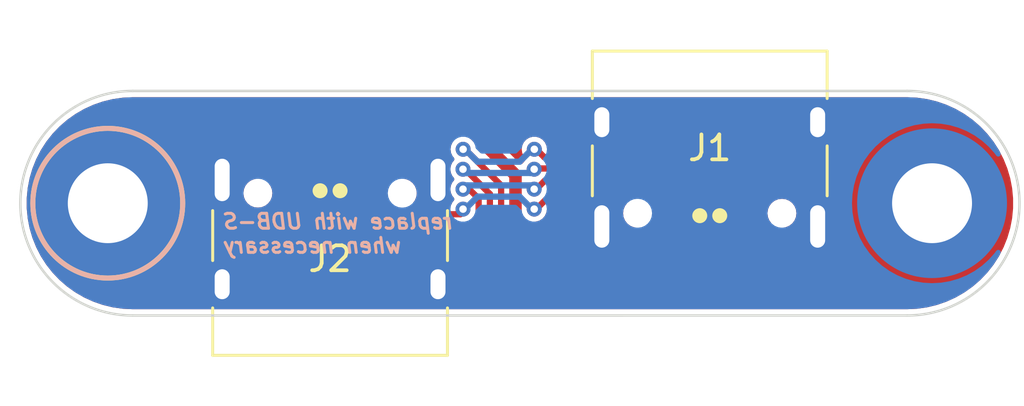
<source format=kicad_pcb>
(kicad_pcb (version 20221018) (generator pcbnew)
  (layers (0 "F.Cu" signal) (31 "B.Cu" signal) (34 "B.Paste" user) (35 "F.Paste" user) (36 "B.SilkS" user "B.Silkscreen") (37 "F.SilkS" user "F.Silkscreen") (38 "B.Mask" user) (39 "F.Mask" user) (44 "Edge.Cuts" user))
  (net 0 "")
  (net 1 "Net-(J1-CC1)")
  (net 2 "GND")
  (net 3 "VBUS")
  (net 8 "Net-(J1-CC2)")
  (net 9 "D-")
  (net 10 "D+")
  (footprint "MountingHole:MountingHole_3.2mm_M3_DIN965_Pad_TopBottom" (layer "F.Cu") (at 62.329 33.9635)
    (fp_text reference "H1" hide)
    (fp_text value "MountingHole" hide)
    (pad "1" thru_hole circle (at 0 0) (size 3.6 3.6) (drill 3.2) (layers "*.Cu" "*.Mask") (net 2 "GND"))
    (pad "1" connect circle (at 0 0) (size 6 6) (layers "F.Cu" "F.Mask") (net 2 "GND"))
    (pad "1" connect circle (at 0 0) (size 6 6) (layers "B.Cu" "B.Mask"))
  )
  (footprint "Connector_USB:USB_C_Receptacle_HRO_TYPE-C-31-M-12" (layer "F.Cu") (at 38.229 36.161)
    (fp_text reference "J2" (at -0.002 0.034) (layer "F.SilkS"))
    (fp_text value "USB_C_Receptacle_USB2.0")
    (fp_line (start -4.7 -1.9) (end -4.7 0.1) (stroke (width 0.12)) (layer "F.SilkS"))
    (fp_line (start -4.7 2) (end -4.7 3.9) (stroke (width 0.12)) (layer "F.SilkS"))
    (fp_line (start -4.7 3.9) (end 4.7 3.9) (stroke (width 0.12)) (layer "F.SilkS"))
    (fp_line (start 4.7 -1.9) (end 4.7 0.1) (stroke (width 0.12)) (layer "F.SilkS"))
    (fp_line (start 4.7 2) (end 4.7 3.9) (stroke (width 0.12)) (layer "F.SilkS"))
    (pad "" np_thru_hole circle (at -2.89 -2.6) (size 0.65 0.65) (drill 0.65) (layers "*.Cu" "*.Mask"))
    (pad "" np_thru_hole circle (at 2.89 -2.6) (size 0.65 0.65) (drill 0.65) (layers "*.Cu" "*.Mask"))
    (pad "A1" smd rect (at -3.25 -4.045) (size 0.6 1.45) (layers "F.Cu" "F.Paste" "F.Mask") (net 2 "GND"))
    (pad "A4" smd rect (at -2.45 -4.045) (size 0.6 1.45) (layers "F.Cu" "F.Paste" "F.Mask") (net 3 "VBUS"))
    (pad "A5" smd rect (at -1.25 -4.045) (size 0.3 1.45) (layers "F.Cu" "F.Paste" "F.Mask") (net 1 "Net-(J1-CC1)"))
    (pad "A6" smd rect (at -0.25 -4.045) (size 0.3 1.45) (layers "F.Cu" "F.Paste" "F.Mask") (net 9 "D-"))
    (pad "A7" smd rect (at 0.25 -4.045) (size 0.3 1.45) (layers "F.Cu" "F.Paste" "F.Mask") (net 10 "D+"))
    (pad "A8" smd rect (at 1.25 -4.045) (size 0.3 1.45) (layers "F.Cu" "F.Paste" "F.Mask"))
    (pad "A9" smd rect (at 2.45 -4.045) (size 0.6 1.45) (layers "F.Cu" "F.Paste" "F.Mask") (net 3 "VBUS"))
    (pad "A12" smd rect (at 3.25 -4.045) (size 0.6 1.45) (layers "F.Cu" "F.Paste" "F.Mask") (net 2 "GND"))
    (pad "B1" smd rect (at 3.25 -4.045) (size 0.6 1.45) (layers "F.Cu" "F.Paste" "F.Mask") (net 2 "GND"))
    (pad "B4" smd rect (at 2.45 -4.045) (size 0.6 1.45) (layers "F.Cu" "F.Paste" "F.Mask") (net 3 "VBUS"))
    (pad "B5" smd rect (at 1.75 -4.045) (size 0.3 1.45) (layers "F.Cu" "F.Paste" "F.Mask") (net 8 "Net-(J1-CC2)"))
    (pad "B6" smd rect (at 0.75 -4.045) (size 0.3 1.45) (layers "F.Cu" "F.Paste" "F.Mask") (net 9 "D-"))
    (pad "B7" smd rect (at -0.75 -4.045) (size 0.3 1.45) (layers "F.Cu" "F.Paste" "F.Mask") (net 10 "D+"))
    (pad "B8" smd rect (at -1.75 -4.045) (size 0.3 1.45) (layers "F.Cu" "F.Paste" "F.Mask"))
    (pad "B9" smd rect (at -2.45 -4.045) (size 0.6 1.45) (layers "F.Cu" "F.Paste" "F.Mask") (net 3 "VBUS"))
    (pad "B12" smd rect (at -3.25 -4.045) (size 0.6 1.45) (layers "F.Cu" "F.Paste" "F.Mask") (net 2 "GND"))
    (pad "S1" thru_hole oval (at -4.32 -3.13) (size 1 2.1) (drill oval 0.6 1.7) (layers "*.Cu" "*.Mask") (net 2 "GND"))
    (pad "S1" thru_hole oval (at -4.32 1.05) (size 1 1.6) (drill oval 0.6 1.2) (layers "*.Cu" "*.Mask") (net 2 "GND"))
    (pad "S1" thru_hole oval (at 4.32 -3.13) (size 1 2.1) (drill oval 0.6 1.7) (layers "*.Cu" "*.Mask") (net 2 "GND"))
    (pad "S1" thru_hole oval (at 4.32 1.05) (size 1 1.6) (drill oval 0.6 1.2) (layers "*.Cu" "*.Mask") (net 2 "GND"))
  )
  (footprint "Connector_USB:USB_C_Receptacle_HRO_TYPE-C-31-M-12" (layer "F.Cu") (at 53.429 31.766 180)
    (fp_text reference "J1" (at 0 0.016) (layer "F.SilkS"))
    (fp_text value "USB_C_Receptacle_USB2.0")
    (fp_line (start -4.7 -1.9) (end -4.7 0.1) (stroke (width 0.12)) (layer "F.SilkS"))
    (fp_line (start -4.7 2) (end -4.7 3.9) (stroke (width 0.12)) (layer "F.SilkS"))
    (fp_line (start -4.7 3.9) (end 4.7 3.9) (stroke (width 0.12)) (layer "F.SilkS"))
    (fp_line (start 4.7 -1.9) (end 4.7 0.1) (stroke (width 0.12)) (layer "F.SilkS"))
    (fp_line (start 4.7 2) (end 4.7 3.9) (stroke (width 0.12)) (layer "F.SilkS"))
    (pad "" np_thru_hole circle (at -2.89 -2.6 180) (size 0.65 0.65) (drill 0.65) (layers "*.Cu" "*.Mask"))
    (pad "" np_thru_hole circle (at 2.89 -2.6 180) (size 0.65 0.65) (drill 0.65) (layers "*.Cu" "*.Mask"))
    (pad "A1" smd rect (at -3.25 -4.045 180) (size 0.6 1.45) (layers "F.Cu" "F.Paste" "F.Mask") (net 2 "GND"))
    (pad "A4" smd rect (at -2.45 -4.045 180) (size 0.6 1.45) (layers "F.Cu" "F.Paste" "F.Mask") (net 3 "VBUS"))
    (pad "A5" smd rect (at -1.25 -4.045 180) (size 0.3 1.45) (layers "F.Cu" "F.Paste" "F.Mask") (net 1 "Net-(J1-CC1)"))
    (pad "A6" smd rect (at -0.25 -4.045 180) (size 0.3 1.45) (layers "F.Cu" "F.Paste" "F.Mask") (net 9 "D-"))
    (pad "A7" smd rect (at 0.25 -4.045 180) (size 0.3 1.45) (layers "F.Cu" "F.Paste" "F.Mask") (net 10 "D+"))
    (pad "A8" smd rect (at 1.25 -4.045 180) (size 0.3 1.45) (layers "F.Cu" "F.Paste" "F.Mask"))
    (pad "A9" smd rect (at 2.45 -4.045 180) (size 0.6 1.45) (layers "F.Cu" "F.Paste" "F.Mask") (net 3 "VBUS"))
    (pad "A12" smd rect (at 3.25 -4.045 180) (size 0.6 1.45) (layers "F.Cu" "F.Paste" "F.Mask") (net 2 "GND"))
    (pad "B1" smd rect (at 3.25 -4.045 180) (size 0.6 1.45) (layers "F.Cu" "F.Paste" "F.Mask") (net 2 "GND"))
    (pad "B4" smd rect (at 2.45 -4.045 180) (size 0.6 1.45) (layers "F.Cu" "F.Paste" "F.Mask") (net 3 "VBUS"))
    (pad "B5" smd rect (at 1.75 -4.045 180) (size 0.3 1.45) (layers "F.Cu" "F.Paste" "F.Mask") (net 8 "Net-(J1-CC2)"))
    (pad "B6" smd rect (at 0.75 -4.045 180) (size 0.3 1.45) (layers "F.Cu" "F.Paste" "F.Mask") (net 9 "D-"))
    (pad "B7" smd rect (at -0.75 -4.045 180) (size 0.3 1.45) (layers "F.Cu" "F.Paste" "F.Mask") (net 10 "D+"))
    (pad "B8" smd rect (at -1.75 -4.045 180) (size 0.3 1.45) (layers "F.Cu" "F.Paste" "F.Mask"))
    (pad "B9" smd rect (at -2.45 -4.045 180) (size 0.6 1.45) (layers "F.Cu" "F.Paste" "F.Mask") (net 3 "VBUS"))
    (pad "B12" smd rect (at -3.25 -4.045 180) (size 0.6 1.45) (layers "F.Cu" "F.Paste" "F.Mask") (net 2 "GND"))
    (pad "S1" thru_hole oval (at -4.32 -3.13 180) (size 1 2.1) (drill oval 0.6 1.7) (layers "*.Cu" "*.Mask") (net 2 "GND"))
    (pad "S1" thru_hole oval (at -4.32 1.05 180) (size 1 1.6) (drill oval 0.6 1.2) (layers "*.Cu" "*.Mask") (net 2 "GND"))
    (pad "S1" thru_hole oval (at 4.32 -3.13 180) (size 1 2.1) (drill oval 0.6 1.7) (layers "*.Cu" "*.Mask") (net 2 "GND"))
    (pad "S1" thru_hole oval (at 4.32 1.05 180) (size 1 1.6) (drill oval 0.6 1.2) (layers "*.Cu" "*.Mask") (net 2 "GND"))
  )
  (footprint "MountingHole:MountingHole_3.2mm_M3_DIN965_Pad_TopOnly" (layer "F.Cu") (at 29.329 33.9635 180)
    (fp_text reference "H2" hide)
    (fp_text value "MountingHole" hide)
    (pad "1" thru_hole circle (at 0 0 180) (size 6 6) (drill 3.2) (layers "*.Cu") (net 2 "GND"))
  )
  (gr_circle (center 29.329 33.9635) (end 32.329 33.9635) (stroke (width 0.2)) (fill none) (layer "B.SilkS"))
  (gr_circle (center 53.029 34.4635) (end 53.229 34.4635) (stroke (width 0.2)) (fill solid) (layer "F.SilkS"))
  (gr_circle (center 53.829 34.4635) (end 54.029 34.4635) (stroke (width 0.2)) (fill solid) (layer "F.SilkS"))
  (gr_circle (center 38.629 33.4635) (end 38.429 33.4635) (stroke (width 0.2)) (fill solid) (layer "F.SilkS"))
  (gr_circle (center 37.829 33.4635) (end 37.629 33.4635) (stroke (width 0.2)) (fill solid) (layer "F.SilkS"))
  (gr_circle (center 29.329 33.9635) (end 32.329 33.9635) (stroke (width 0.2)) (fill none) (layer "F.SilkS"))
  (gr_line (start 30.329 38.463501) (end 61.329 38.4635) (stroke (width 0.1)) (layer "Edge.Cuts"))
  (gr_arc (start 61.329 29.4635) (mid 65.829006 33.9635) (end 61.329 38.4635) (stroke (width 0.1)) (layer "Edge.Cuts"))
  (gr_line (start 61.329 29.4635) (end 30.329 29.463499) (stroke (width 0.1)) (layer "Edge.Cuts"))
  (gr_arc (start 30.329 38.463501) (mid 25.828999 33.9635) (end 30.329 29.463499) (stroke (width 0.1)) (layer "Edge.Cuts"))
  (gr_text "replace with UDB-S\nwhen necessary\n" (at 33.909 35.179) (layer "B.SilkS") (effects (font (size 0.6 0.6) (thickness 0.12) bold italic) (justify right mirror)))
  (segment (start 36.979 33.277396) (end 37.317604 33.616) (width 0.25) (layer "F.Cu") (net 1))
  (segment (start 37.317604 33.616) (end 38.144014 33.616) (width 0.25) (layer "F.Cu") (net 1))
  (segment (start 44.113738 35.8055) (end 45.076713 34.842525) (width 0.25) (layer "F.Cu") (net 1))
  (segment (start 54.679 34.649605) (end 54.340396 34.311) (width 0.25) (layer "F.Cu") (net 1))
  (segment (start 45.076713 33.243825) (end 43.634404 31.801516) (width 0.25) (layer "F.Cu") (net 1))
  (segment (start 36.979 32.116) (end 36.979 33.277396) (width 0.25) (layer "F.Cu") (net 1))
  (segment (start 51.325192 32.1215) (end 46.804887 32.1215) (width 0.25) (layer "F.Cu") (net 1))
  (segment (start 46.484404 31.801017) (end 46.405981 31.801017) (width 0.25) (layer "F.Cu") (net 1))
  (segment (start 45.076713 34.842525) (end 45.076713 33.243825) (width 0.25) (layer "F.Cu") (net 1))
  (segment (start 54.679 35.811001) (end 54.679 34.649605) (width 0.25) (layer "F.Cu") (net 1))
  (segment (start 43.634404 31.801516) (end 43.555981 31.801516) (width 0.25) (layer "F.Cu") (net 1))
  (segment (start 40.333514 35.8055) (end 44.113738 35.8055) (width 0.25) (layer "F.Cu") (net 1))
  (segment (start 38.144014 33.616) (end 40.333514 35.8055) (width 0.25) (layer "F.Cu") (net 1))
  (segment (start 54.340396 34.311) (end 53.514692 34.311) (width 0.25) (layer "F.Cu") (net 1))
  (segment (start 46.804887 32.1215) (end 46.484404 31.801017) (width 0.25) (layer "F.Cu") (net 1))
  (segment (start 53.514692 34.311) (end 51.325192 32.1215) (width 0.25) (layer "F.Cu") (net 1))
  (via (at 43.555981 31.801516) (size 0.6) (drill 0.3) (layers "F.Cu" "B.Cu") (net 1))
  (via (at 46.405981 31.801017) (size 0.6) (drill 0.3) (layers "F.Cu" "B.Cu") (net 1))
  (segment (start 45.816364 32.300249) (end 46.315596 31.801017) (width 0.25) (layer "B.Cu") (net 1))
  (segment (start 43.634404 31.801516) (end 44.133137 32.300249) (width 0.25) (layer "B.Cu") (net 1))
  (segment (start 43.555981 31.801516) (end 43.634404 31.801516) (width 0.25) (layer "B.Cu") (net 1))
  (segment (start 44.133137 32.300249) (end 45.816364 32.300249) (width 0.25) (layer "B.Cu") (net 1))
  (segment (start 46.315596 31.801017) (end 46.405981 31.801017) (width 0.25) (layer "B.Cu") (net 1))
  (segment (start 40.129 30.491) (end 40.679 31.041) (width 0.5) (layer "F.Cu") (net 3))
  (segment (start 35.779 30.891) (end 36.179 30.491) (width 0.5) (layer "F.Cu") (net 3))
  (segment (start 51.529 37.436) (end 55.479 37.436) (width 0.5) (layer "F.Cu") (net 3))
  (segment (start 55.479 37.436) (end 55.879001 37.036) (width 0.5) (layer "F.Cu") (net 3))
  (segment (start 43.715126 30.9) (end 45.651713 32.836587) (width 0.5) (layer "F.Cu") (net 3))
  (segment (start 50.978999 36.886) (end 51.529 37.436) (width 0.5) (layer "F.Cu") (net 3))
  (segment (start 45.651713 34.770714) (end 47.907999 37.027) (width 0.5) (layer "F.Cu") (net 3))
  (segment (start 45.651713 32.836587) (end 45.651713 34.770714) (width 0.5) (layer "F.Cu") (net 3))
  (segment (start 50.979 35.811001) (end 50.978999 36.886) (width 0.5) (layer "F.Cu") (net 3))
  (segment (start 50.979 36.936) (end 50.979 35.811001) (width 0.5) (layer "F.Cu") (net 3))
  (segment (start 47.907999 37.027) (end 50.888 37.027) (width 0.5) (layer "F.Cu") (net 3))
  (segment (start 40.679 30.991) (end 40.77 30.9) (width 0.5) (layer "F.Cu") (net 3))
  (segment (start 55.879001 37.036) (end 55.879 35.811001) (width 0.5) (layer "F.Cu") (net 3))
  (segment (start 50.888 37.027) (end 50.979 36.936) (width 0.5) (layer "F.Cu") (net 3))
  (segment (start 40.679 31.041) (end 40.679 32.116) (width 0.5) (layer "F.Cu") (net 3))
  (segment (start 40.77 30.9) (end 43.715126 30.9) (width 0.5) (layer "F.Cu") (net 3))
  (segment (start 36.179 30.491) (end 40.129 30.491) (width 0.5) (layer "F.Cu") (net 3))
  (segment (start 40.679 32.116) (end 40.679 30.991) (width 0.5) (layer "F.Cu") (net 3))
  (segment (start 35.779 32.116) (end 35.779 30.891) (width 0.5) (layer "F.Cu") (net 3))
  (segment (start 50.744792 33.521) (end 47.162884 33.521) (width 0.25) (layer "F.Cu") (net 8))
  (segment (start 47.162884 33.521) (end 46.484383 34.199501) (width 0.25) (layer "F.Cu") (net 8))
  (segment (start 43.550213 34.299501) (end 43.443714 34.406) (width 0.25) (layer "F.Cu") (net 8))
  (segment (start 40.913208 34.406) (end 39.979 33.471792) (width 0.25) (layer "F.Cu") (net 8))
  (segment (start 50.744792 33.521) (end 51.679001 34.455208) (width 0.25) (layer "F.Cu") (net 8))
  (segment (start 51.679001 34.455208) (end 51.679 35.811) (width 0.25) (layer "F.Cu") (net 8))
  (segment (start 43.443714 34.406) (end 40.913208 34.406) (width 0.25) (layer "F.Cu") (net 8))
  (segment (start 39.979 33.471792) (end 39.979 32.116) (width 0.25) (layer "F.Cu") (net 8))
  (segment (start 46.484383 34.199501) (end 46.401713 34.199501) (width 0.25) (layer "F.Cu") (net 8))
  (via (at 43.551713 34.2) (size 0.6) (drill 0.3) (layers "F.Cu" "B.Cu") (net 8))
  (via (at 46.401713 34.199501) (size 0.6) (drill 0.3) (layers "F.Cu" "B.Cu") (net 8))
  (segment (start 43.551713 34.2) (end 43.634383 34.2) (width 0.25) (layer "B.Cu") (net 8))
  (segment (start 46.401713 34.199501) (end 46.315617 34.199501) (width 0.25) (layer "B.Cu") (net 8))
  (segment (start 46.315617 34.199501) (end 45.816365 33.700249) (width 0.25) (layer "B.Cu") (net 8))
  (segment (start 44.134134 33.700249) (end 43.634383 34.2) (width 0.25) (layer "B.Cu") (net 8))
  (segment (start 45.816365 33.700249) (end 44.134134 33.700249) (width 0.25) (layer "B.Cu") (net 8))
  (segment (start 38.004 31.066) (end 38.954 31.066) (width 0.25) (layer "F.Cu") (net 9))
  (segment (start 46.812881 33.0715) (end 50.931688 33.0715) (width 0.25) (layer "F.Cu") (net 9))
  (segment (start 44.176713 33.779724) (end 43.797488 33.400499) (width 0.25) (layer "F.Cu") (net 9))
  (segment (start 38.954 31.066) (end 38.979 31.091) (width 0.25) (layer "F.Cu") (net 9))
  (segment (start 53.654 36.861) (end 52.704 36.861) (width 0.25) (layer "F.Cu") (net 9))
  (segment (start 38.979 32.116) (end 38.979 33.107482) (width 0.25) (layer "F.Cu") (net 9))
  (segment (start 50.931688 33.0715) (end 52.678999 34.818811) (width 0.25) (layer "F.Cu") (net 9))
  (segment (start 43.797488 33.400499) (end 43.55 33.400499) (width 0.25) (layer "F.Cu") (net 9))
  (segment (start 46.484381 33.4) (end 46.812881 33.0715) (width 0.25) (layer "F.Cu") (net 9))
  (segment (start 53.679 36.836) (end 53.654 36.861) (width 0.25) (layer "F.Cu") (net 9))
  (segment (start 43.790946 34.8555) (end 44.173983 34.472463) (width 0.25) (layer "F.Cu") (net 9))
  (segment (start 38.979 31.091) (end 38.979 32.116) (width 0.25) (layer "F.Cu") (net 9))
  (segment (start 52.678999 36.836) (end 52.679 35.811) (width 0.25) (layer "F.Cu") (net 9))
  (segment (start 44.173983 34.461614) (end 44.176713 34.458884) (width 0.25) (layer "F.Cu") (net 9))
  (segment (start 37.979 32.116) (end 37.979 31.091) (width 0.25) (layer "F.Cu") (net 9))
  (segment (start 44.176713 34.458884) (end 44.176713 33.779724) (width 0.25) (layer "F.Cu") (net 9))
  (segment (start 52.704 36.861) (end 52.678999 36.836) (width 0.25) (layer "F.Cu") (net 9))
  (segment (start 38.979 33.107482) (end 40.727018 34.8555) (width 0.25) (layer "F.Cu") (net 9))
  (segment (start 37.979 31.091) (end 38.004 31.066) (width 0.25) (layer "F.Cu") (net 9))
  (segment (start 44.173983 34.472463) (end 44.173983 34.461614) (width 0.25) (layer "F.Cu") (net 9))
  (segment (start 46.4 33.4) (end 46.484381 33.4) (width 0.25) (layer "F.Cu") (net 9))
  (segment (start 52.678999 34.818811) (end 52.679 35.811) (width 0.25) (layer "F.Cu") (net 9))
  (segment (start 40.727018 34.8555) (end 43.790946 34.8555) (width 0.25) (layer "F.Cu") (net 9))
  (segment (start 53.679 35.811) (end 53.679 36.836) (width 0.25) (layer "F.Cu") (net 9))
  (via (at 46.4 33.4) (size 0.6) (drill 0.3) (layers "F.Cu" "B.Cu") (net 9))
  (via (at 43.55 33.400499) (size 0.6) (drill 0.3) (layers "F.Cu" "B.Cu") (net 9))
  (segment (start 43.699751 33.250748) (end 43.699752 33.250749) (width 0.25) (layer "B.Cu") (net 9))
  (segment (start 43.70025 33.250249) (end 43.55 33.400499) (width 0.25) (layer "B.Cu") (net 9))
  (segment (start 46.250249 33.250249) (end 43.70025 33.250249) (width 0.25) (layer "B.Cu") (net 9))
  (segment (start 43.55 33.400499) (end 43.699751 33.250748) (width 0.25) (layer "B.Cu") (net 9))
  (segment (start 46.4 33.4) (end 46.250249 33.250249) (width 0.25) (layer "B.Cu") (net 9))
  (segment (start 38.479 33.31459) (end 40.51991 35.3555) (width 0.25) (layer "F.Cu") (net 10))
  (segment (start 38.454 33.166) (end 38.479 33.141) (width 0.25) (layer "F.Cu") (net 10))
  (segment (start 38.479 33.141) (end 38.479 32.116) (width 0.25) (layer "F.Cu") (net 10))
  (segment (start 37.479 33.141) (end 37.504 33.166) (width 0.25) (layer "F.Cu") (net 10))
  (segment (start 40.51991 35.3555) (end 43.927342 35.3555) (width 0.25) (layer "F.Cu") (net 10))
  (segment (start 43.927342 35.3555) (end 44.626713 34.656129) (width 0.25) (layer "F.Cu") (net 10))
  (segment (start 46.428997 32.5715) (end 51.138796 32.5715) (width 0.25) (layer "F.Cu") (net 10))
  (segment (start 53.179 34.611704) (end 53.179 35.811) (width 0.25) (layer "F.Cu") (net 10))
  (segment (start 51.138796 32.5715) (end 53.179 34.611704) (width 0.25) (layer "F.Cu") (net 10))
  (segment (start 53.204 34.761) (end 53.179 34.786) (width 0.25) (layer "F.Cu") (net 10))
  (segment (start 37.504 33.166) (end 38.454 33.166) (width 0.25) (layer "F.Cu") (net 10))
  (segment (start 54.179 34.786) (end 54.153999 34.761) (width 0.25) (layer "F.Cu") (net 10))
  (segment (start 37.479 32.116) (end 37.479 33.141) (width 0.25) (layer "F.Cu") (net 10))
  (segment (start 53.179 34.786) (end 53.179 35.811) (width 0.25) (layer "F.Cu") (net 10))
  (segment (start 43.634381 32.600996) (end 43.55 32.600996) (width 0.25) (layer "F.Cu") (net 10))
  (segment (start 44.626713 34.656129) (end 44.626713 33.593328) (width 0.25) (layer "F.Cu") (net 10))
  (segment (start 54.153999 34.761) (end 53.204 34.761) (width 0.25) (layer "F.Cu") (net 10))
  (segment (start 38.479 32.116) (end 38.479 33.31459) (width 0.25) (layer "F.Cu") (net 10))
  (segment (start 46.4 32.600497) (end 46.428997 32.5715) (width 0.25) (layer "F.Cu") (net 10))
  (segment (start 54.179 35.811) (end 54.179 34.786) (width 0.25) (layer "F.Cu") (net 10))
  (segment (start 44.626713 33.593328) (end 43.634381 32.600996) (width 0.25) (layer "F.Cu") (net 10))
  (via (at 43.55 32.600996) (size 0.6) (drill 0.3) (layers "F.Cu" "B.Cu") (net 10))
  (via (at 46.4 32.600497) (size 0.6) (drill 0.3) (layers "F.Cu" "B.Cu") (net 10))
  (segment (start 43.55 32.600996) (end 43.699752 32.750748) (width 0.25) (layer "B.Cu") (net 10))
  (segment (start 43.699752 32.750748) (end 43.699753 32.750749) (width 0.25) (layer "B.Cu") (net 10))
  (segment (start 46.4 32.600497) (end 46.250248 32.750249) (width 0.25) (layer "B.Cu") (net 10))
  (segment (start 43.699253 32.750249) (end 43.55 32.600996) (width 0.25) (layer "B.Cu") (net 10))
  (segment (start 46.250248 32.750249) (end 43.699253 32.750249) (width 0.25) (layer "B.Cu") (net 10))
  (zone (net 2) (net_name "GND") (layers "F&B.Cu") (connect_pads yes (clearance 0.2)) (min_thickness 0.2) (fill yes (thermal_gap 0.25) (thermal_bridge_width 0.25))
    (polygon (pts (xy 66.014375 38.853646) (xy 25.014376 38.931145) (xy 25.014376 28.931146) (xy 66.014375 28.853643)))
  )
)
</source>
